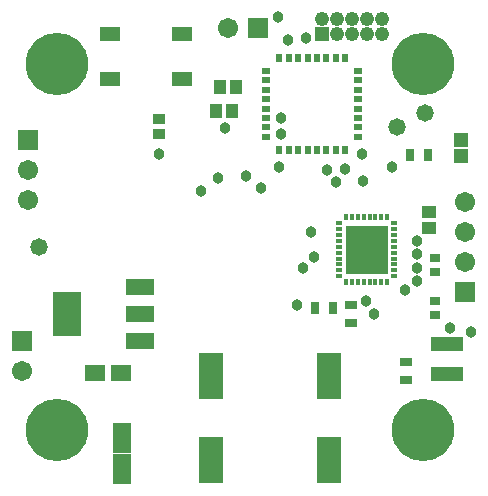
<source format=gts>
G04*
G04 #@! TF.GenerationSoftware,Altium Limited,Altium Designer,20.1.14 (287)*
G04*
G04 Layer_Color=8388736*
%FSLAX25Y25*%
%MOIN*%
G70*
G04*
G04 #@! TF.SameCoordinates,7F5ADFAE-F052-4B02-90E5-093173F2D11D*
G04*
G04*
G04 #@! TF.FilePolarity,Negative*
G04*
G01*
G75*
%ADD16R,0.03543X0.02953*%
%ADD17R,0.04147X0.04540*%
%ADD18R,0.11036X0.05131*%
%ADD19R,0.14173X0.16142*%
%ADD20R,0.02362X0.01181*%
%ADD21R,0.01181X0.02362*%
%ADD22R,0.06902X0.05524*%
%ADD23R,0.09461X0.14580*%
%ADD24R,0.09461X0.05524*%
%ADD25R,0.02572X0.04147*%
%ADD26R,0.04147X0.02572*%
%ADD27R,0.07874X0.15748*%
%ADD28R,0.04934X0.04343*%
%ADD29R,0.03150X0.01968*%
%ADD30R,0.01968X0.03150*%
%ADD31R,0.04934X0.04934*%
%ADD32R,0.07099X0.04737*%
%ADD33R,0.06115X0.10052*%
%ADD34R,0.04147X0.03753*%
%ADD35R,0.06706X0.06706*%
%ADD36C,0.06706*%
%ADD37R,0.06706X0.06706*%
%ADD38R,0.04800X0.04800*%
%ADD39C,0.04800*%
%ADD40C,0.05800*%
%ADD41C,0.20800*%
%ADD42C,0.03800*%
D16*
X65000Y-18138D02*
D03*
Y-22862D02*
D03*
Y-3638D02*
D03*
Y-8362D02*
D03*
D17*
X-2780Y45276D02*
D03*
X-8095D02*
D03*
X-6594Y53150D02*
D03*
X-1280D02*
D03*
D18*
X68898Y-32283D02*
D03*
Y-42520D02*
D03*
D19*
X42126Y-984D02*
D03*
D20*
X51181Y7874D02*
D03*
Y5906D02*
D03*
Y3937D02*
D03*
Y1969D02*
D03*
Y-0D02*
D03*
Y-1969D02*
D03*
Y-3937D02*
D03*
Y-5906D02*
D03*
Y-7874D02*
D03*
Y-9843D02*
D03*
X33071Y7874D02*
D03*
Y5906D02*
D03*
Y3937D02*
D03*
Y1969D02*
D03*
Y-0D02*
D03*
Y-1969D02*
D03*
Y-3937D02*
D03*
Y-5906D02*
D03*
Y-7874D02*
D03*
Y-9843D02*
D03*
D21*
X49016Y10039D02*
D03*
X47047D02*
D03*
X45079D02*
D03*
X43110D02*
D03*
X49016Y-11909D02*
D03*
X47047D02*
D03*
X45079D02*
D03*
X43110D02*
D03*
X41142Y10039D02*
D03*
X39173D02*
D03*
X37205D02*
D03*
X35236D02*
D03*
X41142Y-11909D02*
D03*
X39173D02*
D03*
X37205D02*
D03*
X35236D02*
D03*
D22*
X-48331Y-42000D02*
D03*
X-39669D02*
D03*
D23*
X-57874Y-22441D02*
D03*
D24*
X-33465Y-13386D02*
D03*
Y-22441D02*
D03*
Y-31496D02*
D03*
D25*
X30953Y-20500D02*
D03*
X25047D02*
D03*
X56547Y30500D02*
D03*
X62453D02*
D03*
D26*
X37000Y-19547D02*
D03*
Y-25453D02*
D03*
X55118Y-44291D02*
D03*
Y-38386D02*
D03*
D27*
X-9843Y-71063D02*
D03*
Y-43110D02*
D03*
X29528Y-71063D02*
D03*
Y-43110D02*
D03*
D28*
X63000Y11658D02*
D03*
Y6342D02*
D03*
D29*
X8661Y58661D02*
D03*
Y55512D02*
D03*
Y52362D02*
D03*
Y49213D02*
D03*
Y46063D02*
D03*
Y42913D02*
D03*
Y39764D02*
D03*
Y36614D02*
D03*
X39370Y36614D02*
D03*
Y39764D02*
D03*
Y42913D02*
D03*
Y46063D02*
D03*
Y49213D02*
D03*
Y52362D02*
D03*
Y55512D02*
D03*
Y58662D02*
D03*
D30*
X12992Y32283D02*
D03*
X16142D02*
D03*
X19291D02*
D03*
X22441D02*
D03*
X25591D02*
D03*
X28740D02*
D03*
X31890D02*
D03*
X35039D02*
D03*
X35039Y62992D02*
D03*
X31890D02*
D03*
X28740D02*
D03*
X25591D02*
D03*
X22441D02*
D03*
X19291D02*
D03*
X16142D02*
D03*
X12992D02*
D03*
D31*
X73500Y30343D02*
D03*
Y35658D02*
D03*
D32*
X-19291Y55905D02*
D03*
Y70866D02*
D03*
X-43307Y55905D02*
D03*
Y70866D02*
D03*
D33*
X-39370Y-63681D02*
D03*
Y-74114D02*
D03*
D34*
X-27000Y42559D02*
D03*
Y37441D02*
D03*
D35*
X74803Y-15216D02*
D03*
X-72835Y-31496D02*
D03*
X-70866Y35591D02*
D03*
D36*
X74803Y-5217D02*
D03*
Y4783D02*
D03*
Y14784D02*
D03*
X-72835Y-41496D02*
D03*
X-3937Y72835D02*
D03*
X-70866Y15590D02*
D03*
Y25591D02*
D03*
D37*
X6063Y72835D02*
D03*
D38*
X27402Y70866D02*
D03*
D39*
X32402D02*
D03*
X37402D02*
D03*
X42402D02*
D03*
X47402D02*
D03*
X27402Y75866D02*
D03*
X32402D02*
D03*
X37402D02*
D03*
X42402D02*
D03*
X47402D02*
D03*
D40*
X52250Y40000D02*
D03*
X61500Y44500D02*
D03*
X-66929Y0D02*
D03*
D41*
X61024Y61024D02*
D03*
Y-61024D02*
D03*
X-61024D02*
D03*
Y61024D02*
D03*
D42*
X77000Y-28500D02*
D03*
X70000Y-27000D02*
D03*
X19000Y-19500D02*
D03*
X50500Y26500D02*
D03*
X21000Y-7000D02*
D03*
X24500Y-3500D02*
D03*
X7000Y19500D02*
D03*
X13000Y26500D02*
D03*
X32000Y21500D02*
D03*
X35000Y26000D02*
D03*
X40500Y31000D02*
D03*
X59000Y-7000D02*
D03*
Y-11500D02*
D03*
X58862Y1969D02*
D03*
X59000Y-2500D02*
D03*
X55000Y-14500D02*
D03*
X13500Y37500D02*
D03*
Y43000D02*
D03*
X15992Y68765D02*
D03*
X12500Y76500D02*
D03*
X22000Y69500D02*
D03*
X41000Y22000D02*
D03*
X44500Y-22500D02*
D03*
X42000Y-18000D02*
D03*
X-13000Y18500D02*
D03*
X-7500Y23000D02*
D03*
X-5000Y39500D02*
D03*
X-27000Y31000D02*
D03*
X23500Y5000D02*
D03*
X28890Y25591D02*
D03*
X1969Y23622D02*
D03*
M02*

</source>
